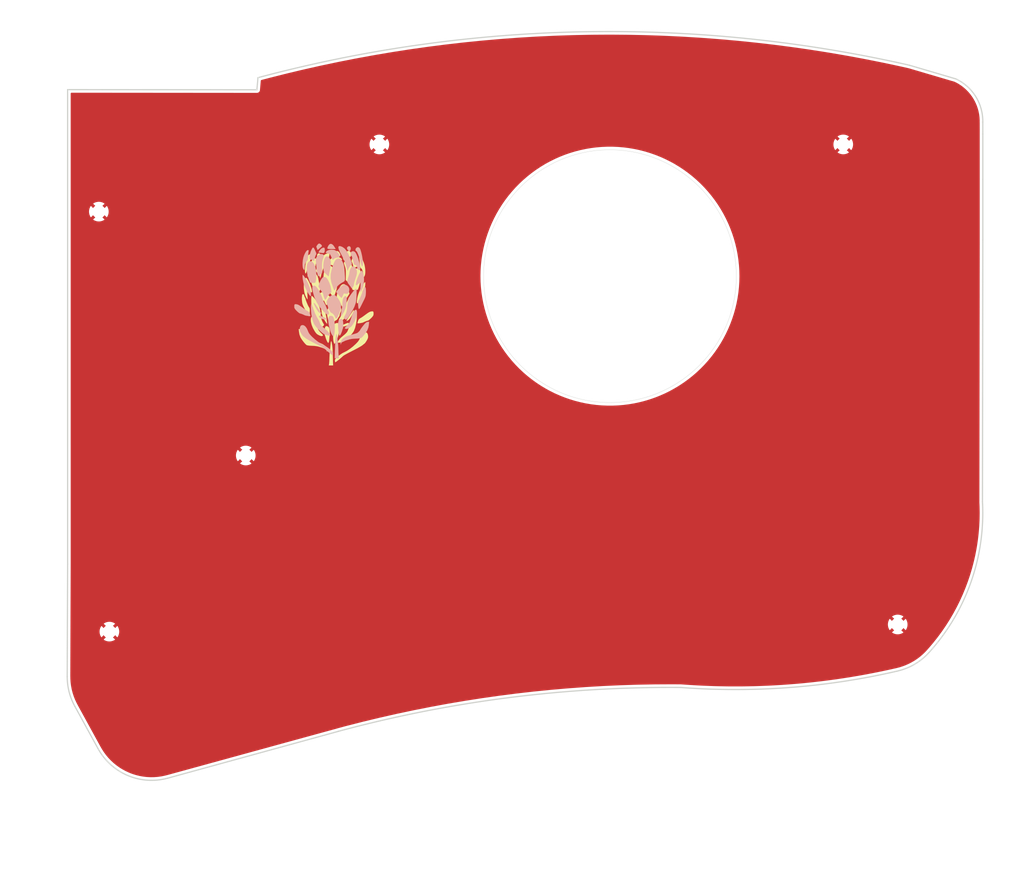
<source format=kicad_pcb>
(kicad_pcb (version 20210424) (generator pcbnew)
  (layers (0 "F.Cu" signal) (31 "B.Cu" signal) (34 "B.Paste" user) (35 "F.Paste" user) (36 "B.SilkS" user "B.Silkscreen") (37 "F.SilkS" user "F.Silkscreen") (38 "B.Mask" user) (39 "F.Mask" user) (44 "Edge.Cuts" user))
  (net 0 "")
  (net 1 "GND")
  (footprint "gcp:Protea-Small" (layer "F.Cu") (at 132.761288 81.352707)
    (fp_text reference "G***" hide)
    (fp_text value "LOGO" hide)
  )
  (footprint "MountingHole:MountingHole_2.2mm_M2" (layer "B.Cu") (at 215.646 54.61 180)
    (fp_text reference "H2" hide)
    (fp_text value "MountingHole")
    (pad "1" np_thru_hole circle locked (at 0 0 180) (size 2.2 2.2) (drill 2.2) (layers *.Cu *.Mask) (net 1 "GND"))
  )
  (footprint "MountingHole:MountingHole_2.2mm_M2" (layer "B.Cu") (at 117.831 105.537 180)
    (fp_text reference "H3" hide)
    (fp_text value "MountingHole")
    (pad "1" np_thru_hole circle locked (at 0 0 180) (size 2.2 2.2) (drill 2.2) (layers *.Cu *.Mask) (net 1 "GND"))
  )
  (footprint "MountingHole:MountingHole_2.2mm_M2" (layer "B.Cu") (at 95.504 134.366 180)
    (fp_text reference "H9" hide)
    (fp_text value "MountingHole")
    (pad "1" np_thru_hole circle locked (at 0 0 180) (size 2.2 2.2) (drill 2.2) (layers *.Cu *.Mask) (net 1 "GND"))
  )
  (footprint "MountingHole:MountingHole_2.2mm_M2" (layer "B.Cu") (at 224.561 133.198 180)
    (fp_text reference "H10" hide)
    (fp_text value "MountingHole")
    (pad "1" np_thru_hole circle locked (at 0 0 180) (size 2.2 2.2) (drill 2.2) (layers *.Cu *.Mask) (net 1 "GND"))
  )
  (footprint "MountingHole:MountingHole_2.2mm_M2" (layer "B.Cu") (at 139.7 54.61 180)
    (fp_text reference "H6" hide)
    (fp_text value "MountingHole")
    (pad "1" np_thru_hole circle locked (at 0 0 180) (size 2.2 2.2) (drill 2.2) (layers *.Cu *.Mask) (net 1 "GND"))
  )
  (footprint "MountingHole:MountingHole_2.2mm_M2" (layer "B.Cu") (at 93.7766 65.6082 180)
    (fp_text reference "H11" hide)
    (fp_text value "MountingHole")
    (pad "1" np_thru_hole circle locked (at 0 0 180) (size 2.2 2.2) (drill 2.2) (layers *.Cu *.Mask) (net 1 "GND"))
  )
  (footprint "gcp:Protea-Small" (layer "B.Cu") (at 131.763713 80.177707 180)
    (fp_text reference "G***" hide)
    (fp_text value "LOGO" hide)
  )
  (gr_circle (center 177.45 76.175) (end 197.975 73.6) (layer "Edge.Cuts") (width 0.05) (fill none))
  (gr_line (start 238.491865 50.956764) (end 238.494865 52.905064) (layer "Edge.Cuts") (width 0.2))
  (gr_arc (start 197.993865 26.127564) (end 189.065523 143.511504) (angle -17.37321628) (layer "Edge.Cuts") (width 0.2))
  (gr_arc (start 98.597961 141.752535) (end 88.598024 141.717024) (angle -28.92566182) (layer "Edge.Cuts") (width 0.2))
  (gr_line (start 89.82836 146.558168) (end 93.642096 153.517697) (layer "Edge.Cuts") (width 0.2))
  (gr_arc (start 177.280865 258.406264) (end 226.404904 41.620387) (angle -27.7477) (layer "Edge.Cuts") (width 0.2))
  (gr_arc (start 102.411696 148.712064) (end 93.642096 153.517697) (angle -76.62215499) (layer "Edge.Cuts") (width 0.2))
  (gr_arc (start 204.475865 114.955264) (end 229.679634 137.794567) (angle -45.25340054) (layer "Edge.Cuts") (width 0.2))
  (gr_line (start 238.494865 60.326464) (end 238.494865 52.905064) (layer "Edge.Cuts") (width 0.2))
  (gr_line (start 88.662065 45.632864) (end 88.663365 123.317264) (layer "Edge.Cuts") (width 0.2))
  (gr_line (start 238.494865 70.236264) (end 238.439865 113.133264) (layer "Edge.Cuts") (width 0.2))
  (gr_line (start 88.663365 123.317264) (end 88.598024 141.717024) (layer "Edge.Cuts") (width 0.2))
  (gr_arc (start 222.269528 131.079633) (end 224.523055 140.822406) (angle -34.79395318) (layer "Edge.Cuts") (width 0.2))
  (gr_line (start 133.010865 150.685264) (end 105.057892 158.355593) (layer "Edge.Cuts") (width 0.2))
  (gr_arc (start 230.826865 50.821364) (end 238.491848 50.956796) (angle -65.87685) (layer "Edge.Cuts") (width 0.2))
  (gr_line (start 88.662065 45.632864) (end 119.649865 45.658264) (layer "Edge.Cuts") (width 0.2))
  (gr_line (start 119.649865 45.658264) (end 119.825865 43.677664) (layer "Edge.Cuts") (width 0.2))
  (gr_arc (start 187.250865 351.913264) (end 189.065924 143.511167) (angle -15.584) (layer "Edge.Cuts") (width 0.2))
  (gr_line (start 238.494865 70.236264) (end 238.494865 60.326464) (layer "Edge.Cuts") (width 0.2))
  (gr_line (start 226.404865 41.620164) (end 234.082865 43.881064) (layer "Edge.Cuts") (width 0.2))
  (zone (net 1) (net_name "GND") (layer "F.Cu") (connect_pads (clearance 0.508)) (min_thickness 0.254) (fill yes (thermal_gap 0.508) (thermal_bridge_width 0.508))
    (polygon (pts (xy 242.2652 36.2204) (xy 238.887 135.9662) (xy 217.4748 151.003) (xy 108.187208 164.427671) (xy 79.078808 145.098271) (xy 82.9818 30.9626)))
  )
)
</source>
